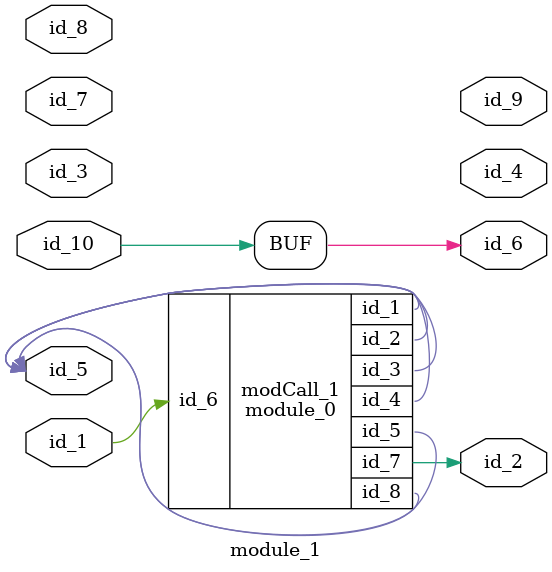
<source format=v>
module module_0 (
    id_1,
    id_2,
    id_3,
    id_4,
    id_5,
    id_6,
    id_7,
    id_8
);
  inout wire id_8;
  output wire id_7;
  input wire id_6;
  output wire id_5;
  inout wire id_4;
  inout wire id_3;
  inout wire id_2;
  inout wire id_1;
  wire id_9;
endmodule
module module_1 (
    id_1,
    id_2,
    id_3,
    id_4,
    id_5,
    id_6,
    id_7,
    id_8,
    id_9,
    id_10
);
  input wire id_10;
  output wire id_9;
  input wire id_8;
  input wire id_7;
  module_0 modCall_1 (
      id_5,
      id_5,
      id_5,
      id_5,
      id_5,
      id_1,
      id_2,
      id_5
  );
  output wire id_6;
  inout wire id_5;
  output wire id_4;
  input wire id_3;
  output wire id_2;
  input wire id_1;
  assign id_6 = id_10;
endmodule

</source>
